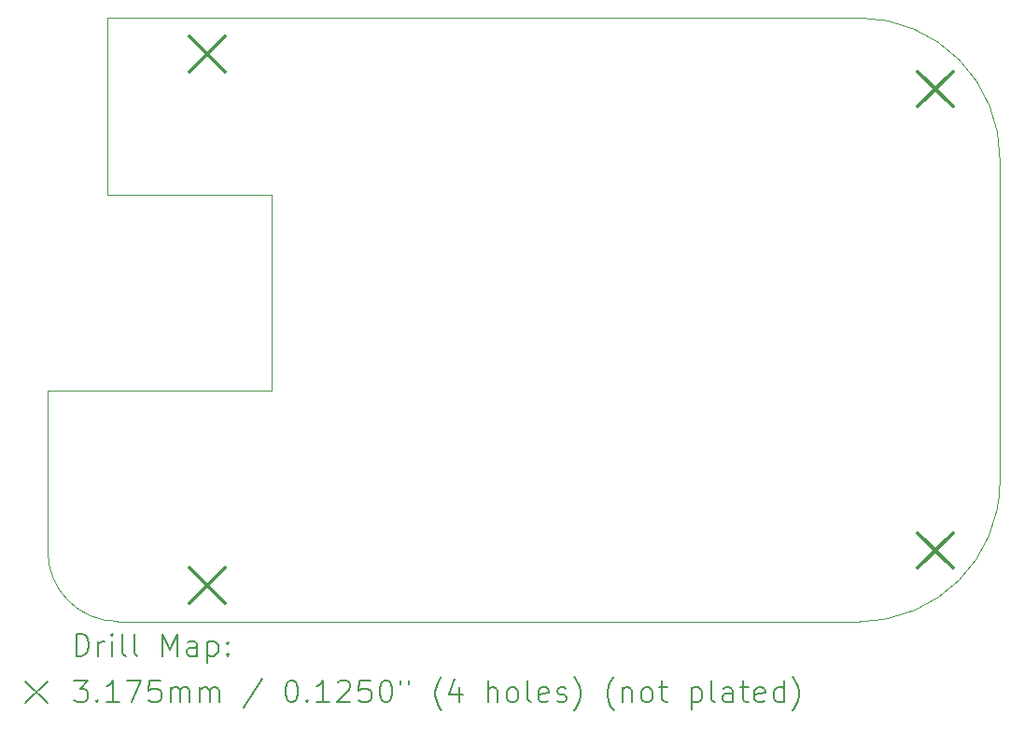
<source format=gbr>
%TF.GenerationSoftware,KiCad,Pcbnew,8.0.6*%
%TF.CreationDate,2025-01-05T21:46:23-05:00*%
%TF.ProjectId,Beagle-AI-64-CAN-Part1,42656167-6c65-42d4-9149-2d36342d4341,rev?*%
%TF.SameCoordinates,Original*%
%TF.FileFunction,Drillmap*%
%TF.FilePolarity,Positive*%
%FSLAX45Y45*%
G04 Gerber Fmt 4.5, Leading zero omitted, Abs format (unit mm)*
G04 Created by KiCad (PCBNEW 8.0.6) date 2025-01-05 21:46:23*
%MOMM*%
%LPD*%
G01*
G04 APERTURE LIST*
%ADD10C,0.050000*%
%ADD11C,0.200000*%
%ADD12C,0.317500*%
G04 APERTURE END LIST*
D10*
X10532110Y-12595860D02*
X10532110Y-11135360D01*
X11075000Y-9357360D02*
X11075000Y-7750000D01*
X12564110Y-9357360D02*
X11075000Y-9357360D01*
X17898110Y-13230860D02*
X11167110Y-13230860D01*
X11167110Y-13230860D02*
G75*
G02*
X10532110Y-12595860I0J635000D01*
G01*
X19168110Y-9039860D02*
X19168110Y-11960860D01*
X17898110Y-7750000D02*
X11075000Y-7750000D01*
X10532110Y-11135360D02*
X12564110Y-11135360D01*
X12564110Y-11135360D02*
X12564110Y-9357360D01*
X19168110Y-11960860D02*
G75*
G02*
X17898110Y-13230860I-1270000J0D01*
G01*
X17898110Y-7750000D02*
G75*
G02*
X19168110Y-9039860I-9930J-1279930D01*
G01*
D11*
D12*
X11817350Y-7918450D02*
X12134850Y-8235950D01*
X12134850Y-7918450D02*
X11817350Y-8235950D01*
X11817350Y-12744450D02*
X12134850Y-13061950D01*
X12134850Y-12744450D02*
X11817350Y-13061950D01*
X18421350Y-8235950D02*
X18738850Y-8553450D01*
X18738850Y-8235950D02*
X18421350Y-8553450D01*
X18421350Y-12426950D02*
X18738850Y-12744450D01*
X18738850Y-12426950D02*
X18421350Y-12744450D01*
D11*
X10790387Y-13544844D02*
X10790387Y-13344844D01*
X10790387Y-13344844D02*
X10838006Y-13344844D01*
X10838006Y-13344844D02*
X10866577Y-13354368D01*
X10866577Y-13354368D02*
X10885625Y-13373415D01*
X10885625Y-13373415D02*
X10895149Y-13392463D01*
X10895149Y-13392463D02*
X10904673Y-13430558D01*
X10904673Y-13430558D02*
X10904673Y-13459129D01*
X10904673Y-13459129D02*
X10895149Y-13497225D01*
X10895149Y-13497225D02*
X10885625Y-13516272D01*
X10885625Y-13516272D02*
X10866577Y-13535320D01*
X10866577Y-13535320D02*
X10838006Y-13544844D01*
X10838006Y-13544844D02*
X10790387Y-13544844D01*
X10990387Y-13544844D02*
X10990387Y-13411510D01*
X10990387Y-13449606D02*
X10999911Y-13430558D01*
X10999911Y-13430558D02*
X11009434Y-13421034D01*
X11009434Y-13421034D02*
X11028482Y-13411510D01*
X11028482Y-13411510D02*
X11047530Y-13411510D01*
X11114196Y-13544844D02*
X11114196Y-13411510D01*
X11114196Y-13344844D02*
X11104673Y-13354368D01*
X11104673Y-13354368D02*
X11114196Y-13363891D01*
X11114196Y-13363891D02*
X11123720Y-13354368D01*
X11123720Y-13354368D02*
X11114196Y-13344844D01*
X11114196Y-13344844D02*
X11114196Y-13363891D01*
X11238006Y-13544844D02*
X11218958Y-13535320D01*
X11218958Y-13535320D02*
X11209434Y-13516272D01*
X11209434Y-13516272D02*
X11209434Y-13344844D01*
X11342768Y-13544844D02*
X11323720Y-13535320D01*
X11323720Y-13535320D02*
X11314196Y-13516272D01*
X11314196Y-13516272D02*
X11314196Y-13344844D01*
X11571339Y-13544844D02*
X11571339Y-13344844D01*
X11571339Y-13344844D02*
X11638006Y-13487701D01*
X11638006Y-13487701D02*
X11704672Y-13344844D01*
X11704672Y-13344844D02*
X11704672Y-13544844D01*
X11885625Y-13544844D02*
X11885625Y-13440082D01*
X11885625Y-13440082D02*
X11876101Y-13421034D01*
X11876101Y-13421034D02*
X11857053Y-13411510D01*
X11857053Y-13411510D02*
X11818958Y-13411510D01*
X11818958Y-13411510D02*
X11799911Y-13421034D01*
X11885625Y-13535320D02*
X11866577Y-13544844D01*
X11866577Y-13544844D02*
X11818958Y-13544844D01*
X11818958Y-13544844D02*
X11799911Y-13535320D01*
X11799911Y-13535320D02*
X11790387Y-13516272D01*
X11790387Y-13516272D02*
X11790387Y-13497225D01*
X11790387Y-13497225D02*
X11799911Y-13478177D01*
X11799911Y-13478177D02*
X11818958Y-13468653D01*
X11818958Y-13468653D02*
X11866577Y-13468653D01*
X11866577Y-13468653D02*
X11885625Y-13459129D01*
X11980863Y-13411510D02*
X11980863Y-13611510D01*
X11980863Y-13421034D02*
X11999911Y-13411510D01*
X11999911Y-13411510D02*
X12038006Y-13411510D01*
X12038006Y-13411510D02*
X12057053Y-13421034D01*
X12057053Y-13421034D02*
X12066577Y-13430558D01*
X12066577Y-13430558D02*
X12076101Y-13449606D01*
X12076101Y-13449606D02*
X12076101Y-13506748D01*
X12076101Y-13506748D02*
X12066577Y-13525796D01*
X12066577Y-13525796D02*
X12057053Y-13535320D01*
X12057053Y-13535320D02*
X12038006Y-13544844D01*
X12038006Y-13544844D02*
X11999911Y-13544844D01*
X11999911Y-13544844D02*
X11980863Y-13535320D01*
X12161815Y-13525796D02*
X12171339Y-13535320D01*
X12171339Y-13535320D02*
X12161815Y-13544844D01*
X12161815Y-13544844D02*
X12152292Y-13535320D01*
X12152292Y-13535320D02*
X12161815Y-13525796D01*
X12161815Y-13525796D02*
X12161815Y-13544844D01*
X12161815Y-13421034D02*
X12171339Y-13430558D01*
X12171339Y-13430558D02*
X12161815Y-13440082D01*
X12161815Y-13440082D02*
X12152292Y-13430558D01*
X12152292Y-13430558D02*
X12161815Y-13421034D01*
X12161815Y-13421034D02*
X12161815Y-13440082D01*
X10329610Y-13773360D02*
X10529610Y-13973360D01*
X10529610Y-13773360D02*
X10329610Y-13973360D01*
X10771339Y-13764844D02*
X10895149Y-13764844D01*
X10895149Y-13764844D02*
X10828482Y-13841034D01*
X10828482Y-13841034D02*
X10857054Y-13841034D01*
X10857054Y-13841034D02*
X10876101Y-13850558D01*
X10876101Y-13850558D02*
X10885625Y-13860082D01*
X10885625Y-13860082D02*
X10895149Y-13879129D01*
X10895149Y-13879129D02*
X10895149Y-13926748D01*
X10895149Y-13926748D02*
X10885625Y-13945796D01*
X10885625Y-13945796D02*
X10876101Y-13955320D01*
X10876101Y-13955320D02*
X10857054Y-13964844D01*
X10857054Y-13964844D02*
X10799911Y-13964844D01*
X10799911Y-13964844D02*
X10780863Y-13955320D01*
X10780863Y-13955320D02*
X10771339Y-13945796D01*
X10980863Y-13945796D02*
X10990387Y-13955320D01*
X10990387Y-13955320D02*
X10980863Y-13964844D01*
X10980863Y-13964844D02*
X10971339Y-13955320D01*
X10971339Y-13955320D02*
X10980863Y-13945796D01*
X10980863Y-13945796D02*
X10980863Y-13964844D01*
X11180863Y-13964844D02*
X11066577Y-13964844D01*
X11123720Y-13964844D02*
X11123720Y-13764844D01*
X11123720Y-13764844D02*
X11104673Y-13793415D01*
X11104673Y-13793415D02*
X11085625Y-13812463D01*
X11085625Y-13812463D02*
X11066577Y-13821987D01*
X11247530Y-13764844D02*
X11380863Y-13764844D01*
X11380863Y-13764844D02*
X11295149Y-13964844D01*
X11552292Y-13764844D02*
X11457053Y-13764844D01*
X11457053Y-13764844D02*
X11447530Y-13860082D01*
X11447530Y-13860082D02*
X11457053Y-13850558D01*
X11457053Y-13850558D02*
X11476101Y-13841034D01*
X11476101Y-13841034D02*
X11523720Y-13841034D01*
X11523720Y-13841034D02*
X11542768Y-13850558D01*
X11542768Y-13850558D02*
X11552292Y-13860082D01*
X11552292Y-13860082D02*
X11561815Y-13879129D01*
X11561815Y-13879129D02*
X11561815Y-13926748D01*
X11561815Y-13926748D02*
X11552292Y-13945796D01*
X11552292Y-13945796D02*
X11542768Y-13955320D01*
X11542768Y-13955320D02*
X11523720Y-13964844D01*
X11523720Y-13964844D02*
X11476101Y-13964844D01*
X11476101Y-13964844D02*
X11457053Y-13955320D01*
X11457053Y-13955320D02*
X11447530Y-13945796D01*
X11647530Y-13964844D02*
X11647530Y-13831510D01*
X11647530Y-13850558D02*
X11657053Y-13841034D01*
X11657053Y-13841034D02*
X11676101Y-13831510D01*
X11676101Y-13831510D02*
X11704673Y-13831510D01*
X11704673Y-13831510D02*
X11723720Y-13841034D01*
X11723720Y-13841034D02*
X11733244Y-13860082D01*
X11733244Y-13860082D02*
X11733244Y-13964844D01*
X11733244Y-13860082D02*
X11742768Y-13841034D01*
X11742768Y-13841034D02*
X11761815Y-13831510D01*
X11761815Y-13831510D02*
X11790387Y-13831510D01*
X11790387Y-13831510D02*
X11809434Y-13841034D01*
X11809434Y-13841034D02*
X11818958Y-13860082D01*
X11818958Y-13860082D02*
X11818958Y-13964844D01*
X11914196Y-13964844D02*
X11914196Y-13831510D01*
X11914196Y-13850558D02*
X11923720Y-13841034D01*
X11923720Y-13841034D02*
X11942768Y-13831510D01*
X11942768Y-13831510D02*
X11971339Y-13831510D01*
X11971339Y-13831510D02*
X11990387Y-13841034D01*
X11990387Y-13841034D02*
X11999911Y-13860082D01*
X11999911Y-13860082D02*
X11999911Y-13964844D01*
X11999911Y-13860082D02*
X12009434Y-13841034D01*
X12009434Y-13841034D02*
X12028482Y-13831510D01*
X12028482Y-13831510D02*
X12057053Y-13831510D01*
X12057053Y-13831510D02*
X12076101Y-13841034D01*
X12076101Y-13841034D02*
X12085625Y-13860082D01*
X12085625Y-13860082D02*
X12085625Y-13964844D01*
X12476101Y-13755320D02*
X12304673Y-14012463D01*
X12733244Y-13764844D02*
X12752292Y-13764844D01*
X12752292Y-13764844D02*
X12771339Y-13774368D01*
X12771339Y-13774368D02*
X12780863Y-13783891D01*
X12780863Y-13783891D02*
X12790387Y-13802939D01*
X12790387Y-13802939D02*
X12799911Y-13841034D01*
X12799911Y-13841034D02*
X12799911Y-13888653D01*
X12799911Y-13888653D02*
X12790387Y-13926748D01*
X12790387Y-13926748D02*
X12780863Y-13945796D01*
X12780863Y-13945796D02*
X12771339Y-13955320D01*
X12771339Y-13955320D02*
X12752292Y-13964844D01*
X12752292Y-13964844D02*
X12733244Y-13964844D01*
X12733244Y-13964844D02*
X12714196Y-13955320D01*
X12714196Y-13955320D02*
X12704673Y-13945796D01*
X12704673Y-13945796D02*
X12695149Y-13926748D01*
X12695149Y-13926748D02*
X12685625Y-13888653D01*
X12685625Y-13888653D02*
X12685625Y-13841034D01*
X12685625Y-13841034D02*
X12695149Y-13802939D01*
X12695149Y-13802939D02*
X12704673Y-13783891D01*
X12704673Y-13783891D02*
X12714196Y-13774368D01*
X12714196Y-13774368D02*
X12733244Y-13764844D01*
X12885625Y-13945796D02*
X12895149Y-13955320D01*
X12895149Y-13955320D02*
X12885625Y-13964844D01*
X12885625Y-13964844D02*
X12876101Y-13955320D01*
X12876101Y-13955320D02*
X12885625Y-13945796D01*
X12885625Y-13945796D02*
X12885625Y-13964844D01*
X13085625Y-13964844D02*
X12971339Y-13964844D01*
X13028482Y-13964844D02*
X13028482Y-13764844D01*
X13028482Y-13764844D02*
X13009435Y-13793415D01*
X13009435Y-13793415D02*
X12990387Y-13812463D01*
X12990387Y-13812463D02*
X12971339Y-13821987D01*
X13161816Y-13783891D02*
X13171339Y-13774368D01*
X13171339Y-13774368D02*
X13190387Y-13764844D01*
X13190387Y-13764844D02*
X13238006Y-13764844D01*
X13238006Y-13764844D02*
X13257054Y-13774368D01*
X13257054Y-13774368D02*
X13266577Y-13783891D01*
X13266577Y-13783891D02*
X13276101Y-13802939D01*
X13276101Y-13802939D02*
X13276101Y-13821987D01*
X13276101Y-13821987D02*
X13266577Y-13850558D01*
X13266577Y-13850558D02*
X13152292Y-13964844D01*
X13152292Y-13964844D02*
X13276101Y-13964844D01*
X13457054Y-13764844D02*
X13361816Y-13764844D01*
X13361816Y-13764844D02*
X13352292Y-13860082D01*
X13352292Y-13860082D02*
X13361816Y-13850558D01*
X13361816Y-13850558D02*
X13380863Y-13841034D01*
X13380863Y-13841034D02*
X13428482Y-13841034D01*
X13428482Y-13841034D02*
X13447530Y-13850558D01*
X13447530Y-13850558D02*
X13457054Y-13860082D01*
X13457054Y-13860082D02*
X13466577Y-13879129D01*
X13466577Y-13879129D02*
X13466577Y-13926748D01*
X13466577Y-13926748D02*
X13457054Y-13945796D01*
X13457054Y-13945796D02*
X13447530Y-13955320D01*
X13447530Y-13955320D02*
X13428482Y-13964844D01*
X13428482Y-13964844D02*
X13380863Y-13964844D01*
X13380863Y-13964844D02*
X13361816Y-13955320D01*
X13361816Y-13955320D02*
X13352292Y-13945796D01*
X13590387Y-13764844D02*
X13609435Y-13764844D01*
X13609435Y-13764844D02*
X13628482Y-13774368D01*
X13628482Y-13774368D02*
X13638006Y-13783891D01*
X13638006Y-13783891D02*
X13647530Y-13802939D01*
X13647530Y-13802939D02*
X13657054Y-13841034D01*
X13657054Y-13841034D02*
X13657054Y-13888653D01*
X13657054Y-13888653D02*
X13647530Y-13926748D01*
X13647530Y-13926748D02*
X13638006Y-13945796D01*
X13638006Y-13945796D02*
X13628482Y-13955320D01*
X13628482Y-13955320D02*
X13609435Y-13964844D01*
X13609435Y-13964844D02*
X13590387Y-13964844D01*
X13590387Y-13964844D02*
X13571339Y-13955320D01*
X13571339Y-13955320D02*
X13561816Y-13945796D01*
X13561816Y-13945796D02*
X13552292Y-13926748D01*
X13552292Y-13926748D02*
X13542768Y-13888653D01*
X13542768Y-13888653D02*
X13542768Y-13841034D01*
X13542768Y-13841034D02*
X13552292Y-13802939D01*
X13552292Y-13802939D02*
X13561816Y-13783891D01*
X13561816Y-13783891D02*
X13571339Y-13774368D01*
X13571339Y-13774368D02*
X13590387Y-13764844D01*
X13733244Y-13764844D02*
X13733244Y-13802939D01*
X13809435Y-13764844D02*
X13809435Y-13802939D01*
X14104673Y-14041034D02*
X14095149Y-14031510D01*
X14095149Y-14031510D02*
X14076101Y-14002939D01*
X14076101Y-14002939D02*
X14066578Y-13983891D01*
X14066578Y-13983891D02*
X14057054Y-13955320D01*
X14057054Y-13955320D02*
X14047530Y-13907701D01*
X14047530Y-13907701D02*
X14047530Y-13869606D01*
X14047530Y-13869606D02*
X14057054Y-13821987D01*
X14057054Y-13821987D02*
X14066578Y-13793415D01*
X14066578Y-13793415D02*
X14076101Y-13774368D01*
X14076101Y-13774368D02*
X14095149Y-13745796D01*
X14095149Y-13745796D02*
X14104673Y-13736272D01*
X14266578Y-13831510D02*
X14266578Y-13964844D01*
X14218958Y-13755320D02*
X14171339Y-13898177D01*
X14171339Y-13898177D02*
X14295149Y-13898177D01*
X14523720Y-13964844D02*
X14523720Y-13764844D01*
X14609435Y-13964844D02*
X14609435Y-13860082D01*
X14609435Y-13860082D02*
X14599911Y-13841034D01*
X14599911Y-13841034D02*
X14580863Y-13831510D01*
X14580863Y-13831510D02*
X14552292Y-13831510D01*
X14552292Y-13831510D02*
X14533244Y-13841034D01*
X14533244Y-13841034D02*
X14523720Y-13850558D01*
X14733244Y-13964844D02*
X14714197Y-13955320D01*
X14714197Y-13955320D02*
X14704673Y-13945796D01*
X14704673Y-13945796D02*
X14695149Y-13926748D01*
X14695149Y-13926748D02*
X14695149Y-13869606D01*
X14695149Y-13869606D02*
X14704673Y-13850558D01*
X14704673Y-13850558D02*
X14714197Y-13841034D01*
X14714197Y-13841034D02*
X14733244Y-13831510D01*
X14733244Y-13831510D02*
X14761816Y-13831510D01*
X14761816Y-13831510D02*
X14780863Y-13841034D01*
X14780863Y-13841034D02*
X14790387Y-13850558D01*
X14790387Y-13850558D02*
X14799911Y-13869606D01*
X14799911Y-13869606D02*
X14799911Y-13926748D01*
X14799911Y-13926748D02*
X14790387Y-13945796D01*
X14790387Y-13945796D02*
X14780863Y-13955320D01*
X14780863Y-13955320D02*
X14761816Y-13964844D01*
X14761816Y-13964844D02*
X14733244Y-13964844D01*
X14914197Y-13964844D02*
X14895149Y-13955320D01*
X14895149Y-13955320D02*
X14885625Y-13936272D01*
X14885625Y-13936272D02*
X14885625Y-13764844D01*
X15066578Y-13955320D02*
X15047530Y-13964844D01*
X15047530Y-13964844D02*
X15009435Y-13964844D01*
X15009435Y-13964844D02*
X14990387Y-13955320D01*
X14990387Y-13955320D02*
X14980863Y-13936272D01*
X14980863Y-13936272D02*
X14980863Y-13860082D01*
X14980863Y-13860082D02*
X14990387Y-13841034D01*
X14990387Y-13841034D02*
X15009435Y-13831510D01*
X15009435Y-13831510D02*
X15047530Y-13831510D01*
X15047530Y-13831510D02*
X15066578Y-13841034D01*
X15066578Y-13841034D02*
X15076101Y-13860082D01*
X15076101Y-13860082D02*
X15076101Y-13879129D01*
X15076101Y-13879129D02*
X14980863Y-13898177D01*
X15152292Y-13955320D02*
X15171340Y-13964844D01*
X15171340Y-13964844D02*
X15209435Y-13964844D01*
X15209435Y-13964844D02*
X15228482Y-13955320D01*
X15228482Y-13955320D02*
X15238006Y-13936272D01*
X15238006Y-13936272D02*
X15238006Y-13926748D01*
X15238006Y-13926748D02*
X15228482Y-13907701D01*
X15228482Y-13907701D02*
X15209435Y-13898177D01*
X15209435Y-13898177D02*
X15180863Y-13898177D01*
X15180863Y-13898177D02*
X15161816Y-13888653D01*
X15161816Y-13888653D02*
X15152292Y-13869606D01*
X15152292Y-13869606D02*
X15152292Y-13860082D01*
X15152292Y-13860082D02*
X15161816Y-13841034D01*
X15161816Y-13841034D02*
X15180863Y-13831510D01*
X15180863Y-13831510D02*
X15209435Y-13831510D01*
X15209435Y-13831510D02*
X15228482Y-13841034D01*
X15304673Y-14041034D02*
X15314197Y-14031510D01*
X15314197Y-14031510D02*
X15333244Y-14002939D01*
X15333244Y-14002939D02*
X15342768Y-13983891D01*
X15342768Y-13983891D02*
X15352292Y-13955320D01*
X15352292Y-13955320D02*
X15361816Y-13907701D01*
X15361816Y-13907701D02*
X15361816Y-13869606D01*
X15361816Y-13869606D02*
X15352292Y-13821987D01*
X15352292Y-13821987D02*
X15342768Y-13793415D01*
X15342768Y-13793415D02*
X15333244Y-13774368D01*
X15333244Y-13774368D02*
X15314197Y-13745796D01*
X15314197Y-13745796D02*
X15304673Y-13736272D01*
X15666578Y-14041034D02*
X15657054Y-14031510D01*
X15657054Y-14031510D02*
X15638006Y-14002939D01*
X15638006Y-14002939D02*
X15628482Y-13983891D01*
X15628482Y-13983891D02*
X15618959Y-13955320D01*
X15618959Y-13955320D02*
X15609435Y-13907701D01*
X15609435Y-13907701D02*
X15609435Y-13869606D01*
X15609435Y-13869606D02*
X15618959Y-13821987D01*
X15618959Y-13821987D02*
X15628482Y-13793415D01*
X15628482Y-13793415D02*
X15638006Y-13774368D01*
X15638006Y-13774368D02*
X15657054Y-13745796D01*
X15657054Y-13745796D02*
X15666578Y-13736272D01*
X15742768Y-13831510D02*
X15742768Y-13964844D01*
X15742768Y-13850558D02*
X15752292Y-13841034D01*
X15752292Y-13841034D02*
X15771340Y-13831510D01*
X15771340Y-13831510D02*
X15799911Y-13831510D01*
X15799911Y-13831510D02*
X15818959Y-13841034D01*
X15818959Y-13841034D02*
X15828482Y-13860082D01*
X15828482Y-13860082D02*
X15828482Y-13964844D01*
X15952292Y-13964844D02*
X15933244Y-13955320D01*
X15933244Y-13955320D02*
X15923721Y-13945796D01*
X15923721Y-13945796D02*
X15914197Y-13926748D01*
X15914197Y-13926748D02*
X15914197Y-13869606D01*
X15914197Y-13869606D02*
X15923721Y-13850558D01*
X15923721Y-13850558D02*
X15933244Y-13841034D01*
X15933244Y-13841034D02*
X15952292Y-13831510D01*
X15952292Y-13831510D02*
X15980863Y-13831510D01*
X15980863Y-13831510D02*
X15999911Y-13841034D01*
X15999911Y-13841034D02*
X16009435Y-13850558D01*
X16009435Y-13850558D02*
X16018959Y-13869606D01*
X16018959Y-13869606D02*
X16018959Y-13926748D01*
X16018959Y-13926748D02*
X16009435Y-13945796D01*
X16009435Y-13945796D02*
X15999911Y-13955320D01*
X15999911Y-13955320D02*
X15980863Y-13964844D01*
X15980863Y-13964844D02*
X15952292Y-13964844D01*
X16076102Y-13831510D02*
X16152292Y-13831510D01*
X16104673Y-13764844D02*
X16104673Y-13936272D01*
X16104673Y-13936272D02*
X16114197Y-13955320D01*
X16114197Y-13955320D02*
X16133244Y-13964844D01*
X16133244Y-13964844D02*
X16152292Y-13964844D01*
X16371340Y-13831510D02*
X16371340Y-14031510D01*
X16371340Y-13841034D02*
X16390387Y-13831510D01*
X16390387Y-13831510D02*
X16428483Y-13831510D01*
X16428483Y-13831510D02*
X16447530Y-13841034D01*
X16447530Y-13841034D02*
X16457054Y-13850558D01*
X16457054Y-13850558D02*
X16466578Y-13869606D01*
X16466578Y-13869606D02*
X16466578Y-13926748D01*
X16466578Y-13926748D02*
X16457054Y-13945796D01*
X16457054Y-13945796D02*
X16447530Y-13955320D01*
X16447530Y-13955320D02*
X16428483Y-13964844D01*
X16428483Y-13964844D02*
X16390387Y-13964844D01*
X16390387Y-13964844D02*
X16371340Y-13955320D01*
X16580863Y-13964844D02*
X16561816Y-13955320D01*
X16561816Y-13955320D02*
X16552292Y-13936272D01*
X16552292Y-13936272D02*
X16552292Y-13764844D01*
X16742768Y-13964844D02*
X16742768Y-13860082D01*
X16742768Y-13860082D02*
X16733244Y-13841034D01*
X16733244Y-13841034D02*
X16714197Y-13831510D01*
X16714197Y-13831510D02*
X16676102Y-13831510D01*
X16676102Y-13831510D02*
X16657054Y-13841034D01*
X16742768Y-13955320D02*
X16723721Y-13964844D01*
X16723721Y-13964844D02*
X16676102Y-13964844D01*
X16676102Y-13964844D02*
X16657054Y-13955320D01*
X16657054Y-13955320D02*
X16647530Y-13936272D01*
X16647530Y-13936272D02*
X16647530Y-13917225D01*
X16647530Y-13917225D02*
X16657054Y-13898177D01*
X16657054Y-13898177D02*
X16676102Y-13888653D01*
X16676102Y-13888653D02*
X16723721Y-13888653D01*
X16723721Y-13888653D02*
X16742768Y-13879129D01*
X16809435Y-13831510D02*
X16885625Y-13831510D01*
X16838006Y-13764844D02*
X16838006Y-13936272D01*
X16838006Y-13936272D02*
X16847530Y-13955320D01*
X16847530Y-13955320D02*
X16866578Y-13964844D01*
X16866578Y-13964844D02*
X16885625Y-13964844D01*
X17028483Y-13955320D02*
X17009435Y-13964844D01*
X17009435Y-13964844D02*
X16971340Y-13964844D01*
X16971340Y-13964844D02*
X16952292Y-13955320D01*
X16952292Y-13955320D02*
X16942768Y-13936272D01*
X16942768Y-13936272D02*
X16942768Y-13860082D01*
X16942768Y-13860082D02*
X16952292Y-13841034D01*
X16952292Y-13841034D02*
X16971340Y-13831510D01*
X16971340Y-13831510D02*
X17009435Y-13831510D01*
X17009435Y-13831510D02*
X17028483Y-13841034D01*
X17028483Y-13841034D02*
X17038006Y-13860082D01*
X17038006Y-13860082D02*
X17038006Y-13879129D01*
X17038006Y-13879129D02*
X16942768Y-13898177D01*
X17209435Y-13964844D02*
X17209435Y-13764844D01*
X17209435Y-13955320D02*
X17190387Y-13964844D01*
X17190387Y-13964844D02*
X17152292Y-13964844D01*
X17152292Y-13964844D02*
X17133245Y-13955320D01*
X17133245Y-13955320D02*
X17123721Y-13945796D01*
X17123721Y-13945796D02*
X17114197Y-13926748D01*
X17114197Y-13926748D02*
X17114197Y-13869606D01*
X17114197Y-13869606D02*
X17123721Y-13850558D01*
X17123721Y-13850558D02*
X17133245Y-13841034D01*
X17133245Y-13841034D02*
X17152292Y-13831510D01*
X17152292Y-13831510D02*
X17190387Y-13831510D01*
X17190387Y-13831510D02*
X17209435Y-13841034D01*
X17285626Y-14041034D02*
X17295149Y-14031510D01*
X17295149Y-14031510D02*
X17314197Y-14002939D01*
X17314197Y-14002939D02*
X17323721Y-13983891D01*
X17323721Y-13983891D02*
X17333245Y-13955320D01*
X17333245Y-13955320D02*
X17342768Y-13907701D01*
X17342768Y-13907701D02*
X17342768Y-13869606D01*
X17342768Y-13869606D02*
X17333245Y-13821987D01*
X17333245Y-13821987D02*
X17323721Y-13793415D01*
X17323721Y-13793415D02*
X17314197Y-13774368D01*
X17314197Y-13774368D02*
X17295149Y-13745796D01*
X17295149Y-13745796D02*
X17285626Y-13736272D01*
M02*

</source>
